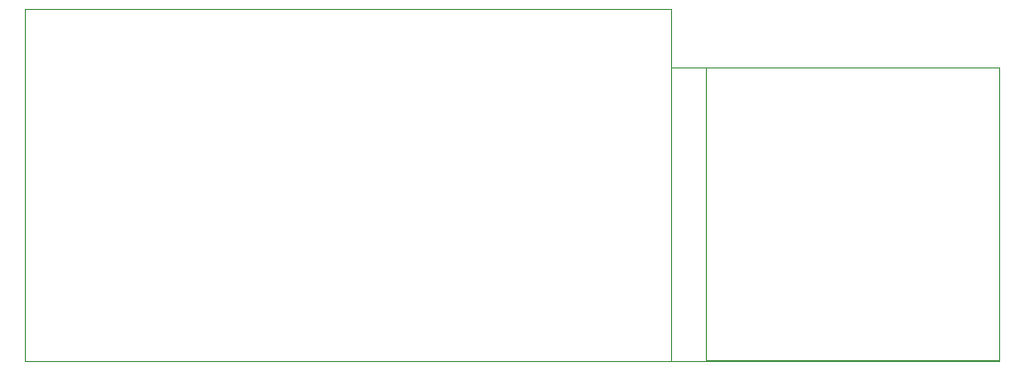
<source format=gko>
G04*
G04 #@! TF.GenerationSoftware,Altium Limited,Altium Designer,23.8.1 (32)*
G04*
G04 Layer_Color=16711935*
%FSLAX44Y44*%
%MOMM*%
G71*
G04*
G04 #@! TF.SameCoordinates,7BD4B443-AC8F-467E-A65E-793A9AF9F4B1*
G04*
G04*
G04 #@! TF.FilePolarity,Positive*
G04*
G01*
G75*
%ADD61C,0.1000*%
D61*
X-55000Y620000D02*
X495000D01*
X-55000Y920000D02*
X495000D01*
Y620000D02*
Y920000D01*
X-55000Y620000D02*
Y920000D01*
X495000Y620000D02*
X775000D01*
X495000Y870000D02*
X775000D01*
Y620000D02*
Y870000D01*
X495000Y620000D02*
Y870000D01*
X525000Y620250D02*
X775000D01*
X525000Y870250D02*
X775000D01*
Y620250D02*
Y870250D01*
X525000Y620250D02*
Y870250D01*
M02*

</source>
